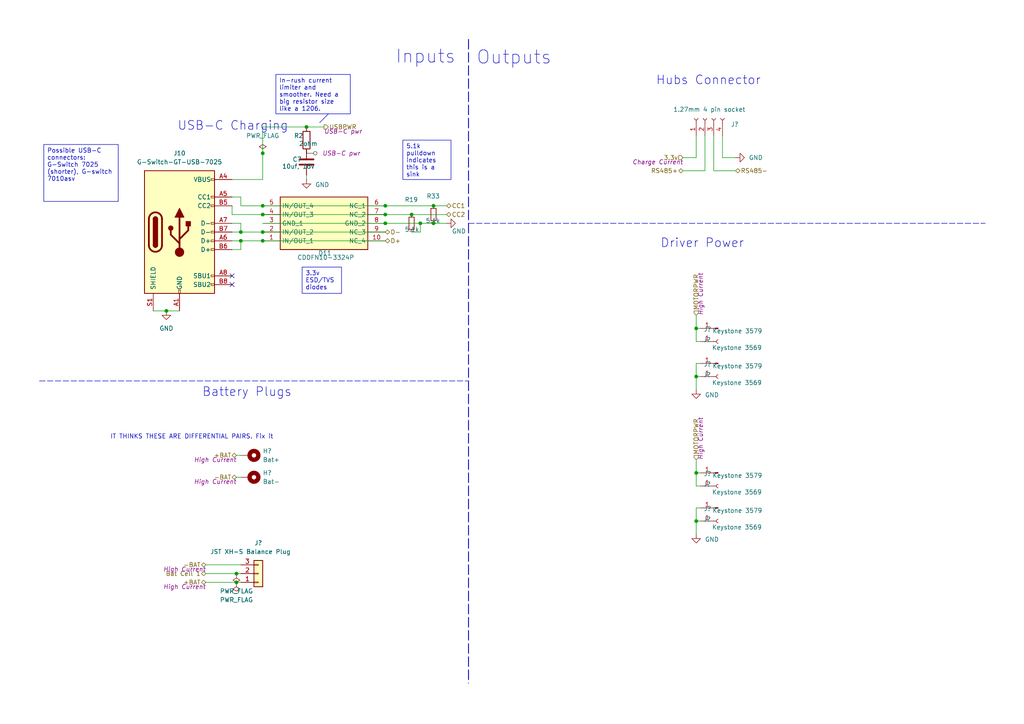
<source format=kicad_sch>
(kicad_sch (version 20231120) (generator "eeschema") (generator_version "8.0")
  (paper "A4")
  (title_block (title "CACKLE 2s 40A PSU & Charger") (date "2024-12-01") (rev "V1") (comment 1 "Author: Asher Edwards"))
  (lib_symbols
    (symbol "CDDFN10-3324P:CDDFN10-3324P"
      (property "Reference" "D" (at 31.75 7.62 0))
      (property "Value" "CDDFN10-3324P" (at 31.75 5.08 0))
      (symbol "CDDFN10-3324P_1_1"
        (rectangle (start 5.08 2.54) (end 30.48 -12.7) (stroke (width 0.254)) (fill (type background)))
        (pin passive line (at 0 0 0) (length 5.08) (name "IN/OUT_1") (number "1"))
        (pin passive line (at 35.56 0 180) (length 5.08) (name "NC_4") (number "10"))
        (pin passive line (at 0 -2.54 0) (length 5.08) (name "IN/OUT_2") (number "2"))
        (pin passive line (at 0 -5.08 0) (length 5.08) (name "GND_1") (number "3"))
        (pin passive line (at 0 -7.62 0) (length 5.08) (name "IN/OUT_3") (number "4"))
        (pin passive line (at 0 -10.16 0) (length 5.08) (name "IN/OUT_4") (number "5"))
        (pin passive line (at 35.56 -10.16 180) (length 5.08) (name "NC_1") (number "6"))
        (pin passive line (at 35.56 -7.62 180) (length 5.08) (name "NC_2") (number "7"))
        (pin passive line (at 35.56 -5.08 180) (length 5.08) (name "GND_2") (number "8"))
        (pin passive line (at 35.56 -2.54 180) (length 5.08) (name "NC_3") (number "9"))
      )
    )
    (symbol "Connector:Conn_01x01_Pin" (pin_names (offset 1.016) hide)
      (property "Reference" "J" (at 0 2.54 0))
      (property "Value" "Conn_01x01_Pin" (at 0 -2.54 0))
      (symbol "Conn_01x01_Pin_1_1"
        (polyline (pts (xy 1.27 0) (xy 0.8636 0)) (stroke (width 0.1524)))
        (rectangle (start 0.8636 0.127) (end 0 -0.127) (stroke (width 0.1524)) (fill (type outline)))
        (pin passive line (at 5.08 0 180) (length 3.81) (name "Pin_1") (number "1"))
      )
    )
    (symbol "Connector:Conn_01x01_Socket" (pin_names (offset 1.016) hide)
      (property "Reference" "J" (at 0 2.54 0))
      (property "Value" "Conn_01x01_Socket" (at 0 -2.54 0))
      (symbol "Conn_01x01_Socket_1_1"
        (polyline (pts (xy -1.27 0) (xy -0.508 0)) (stroke (width 0.1524)))
        (arc (start 0 0.508) (mid -0.5058 0) (end 0 -0.508) (stroke (width 0.1524)))
        (pin passive line (at -5.08 0 0) (length 3.81) (name "Pin_1") (number "1"))
      )
    )
    (symbol "Connector:Conn_01x04_Socket" (pin_names (offset 1.016) hide)
      (property "Reference" "J" (at 0 5.08 0))
      (property "Value" "Conn_01x04_Socket" (at 0 -7.62 0))
      (symbol "Conn_01x04_Socket_1_1"
        (arc (start 0 -4.572) (mid -0.5058 -5.08) (end 0 -5.588) (stroke (width 0.1524)))
        (arc (start 0 -2.032) (mid -0.5058 -2.54) (end 0 -3.048) (stroke (width 0.1524)))
        (polyline (pts (xy -1.27 -5.08) (xy -0.508 -5.08)) (stroke (width 0.1524)))
        (polyline (pts (xy -1.27 -2.54) (xy -0.508 -2.54)) (stroke (width 0.1524)))
        (polyline (pts (xy -1.27 0) (xy -0.508 0)) (stroke (width 0.1524)))
        (polyline (pts (xy -1.27 2.54) (xy -0.508 2.54)) (stroke (width 0.1524)))
        (arc (start 0 0.508) (mid -0.5058 0) (end 0 -0.508) (stroke (width 0.1524)))
        (arc (start 0 3.048) (mid -0.5058 2.54) (end 0 2.032) (stroke (width 0.1524)))
        (pin passive line (at -5.08 2.54 0) (length 3.81) (name "Pin_1") (number "1"))
        (pin passive line (at -5.08 0 0) (length 3.81) (name "Pin_2") (number "2"))
        (pin passive line (at -5.08 -2.54 0) (length 3.81) (name "Pin_3") (number "3"))
        (pin passive line (at -5.08 -5.08 0) (length 3.81) (name "Pin_4") (number "4"))
      )
    )
    (symbol "Connector:USB_C_Receptacle_USB2.0_16P" (pin_names (offset 1.016))
      (property "Reference" "J10" (at 0 22.86 0))
      (property "Value" "USB_C_Receptacle_USB2.0_16P" (at 0 20.32 0))
      (symbol "USB_C_Receptacle_USB2.0_16P_0_0"
        (rectangle (start -0.254 -17.78) (end 0.254 -16.764))
        (rectangle (start 10.16 -14.986) (end 9.144 -15.494))
        (rectangle (start 10.16 -12.446) (end 9.144 -12.954))
        (rectangle (start 10.16 -4.826) (end 9.144 -5.334))
        (rectangle (start 10.16 -2.286) (end 9.144 -2.794))
        (rectangle (start 10.16 0.254) (end 9.144 -0.254))
        (rectangle (start 10.16 2.794) (end 9.144 2.286))
        (rectangle (start 10.16 7.874) (end 9.144 7.366))
        (rectangle (start 10.16 10.414) (end 9.144 9.906))
        (rectangle (start 10.16 15.494) (end 9.144 14.986))
      )
      (symbol "USB_C_Receptacle_USB2.0_16P_0_1"
        (rectangle (start -10.16 17.78) (end 10.16 -17.78) (stroke (width 0.254)) (fill (type background)))
        (arc (start -8.89 -3.81) (mid -6.985 -5.7067) (end -5.08 -3.81) (stroke (width 0.508)))
        (arc (start -7.62 -3.81) (mid -6.985 -4.4423) (end -6.35 -3.81) (stroke (width 0.254)))
        (arc (start -7.62 -3.81) (mid -6.985 -4.4423) (end -6.35 -3.81) (stroke (width 0.254)) (fill (type outline)))
        (rectangle (start -7.62 -3.81) (end -6.35 3.81) (stroke (width 0.254)) (fill (type outline)))
        (arc (start -6.35 3.81) (mid -6.985 4.4423) (end -7.62 3.81) (stroke (width 0.254)))
        (arc (start -6.35 3.81) (mid -6.985 4.4423) (end -7.62 3.81) (stroke (width 0.254)) (fill (type outline)))
        (arc (start -5.08 3.81) (mid -6.985 5.7067) (end -8.89 3.81) (stroke (width 0.508)))
        (circle (center -2.54 1.143) (radius 0.635) (stroke (width 0.254)) (fill (type outline)))
        (circle (center 0 -5.842) (radius 1.27) (fill (type outline)))
        (polyline (pts (xy -8.89 -3.81) (xy -8.89 3.81)) (stroke (width 0.508)))
        (polyline (pts (xy -5.08 3.81) (xy -5.08 -3.81)) (stroke (width 0.508)))
        (polyline (pts (xy 0 -5.842) (xy 0 4.318)) (stroke (width 0.508)))
        (polyline (pts (xy 0 -3.302) (xy -2.54 -0.762) (xy -2.54 0.508)) (stroke (width 0.508)))
        (polyline (pts (xy 0 -2.032) (xy 2.54 0.508) (xy 2.54 1.778)) (stroke (width 0.508)))
        (polyline (pts (xy -1.27 4.318) (xy 0 6.858) (xy 1.27 4.318) (xy -1.27 4.318)) (stroke (width 0.254)) (fill (type outline)))
        (rectangle (start 1.905 1.778) (end 3.175 3.048) (stroke (width 0.254)) (fill (type outline)))
      )
      (symbol "USB_C_Receptacle_USB2.0_16P_1_1"
        (pin passive line (at 0 -22.86 90) (length 5.08) (name "GND") (number "A1"))
        (pin passive line (at 0 -22.86 90) (length 5.08) hide (name "GND") (number "A12"))
        (pin passive line (at 15.24 15.24 180) (length 5.08) (name "VBUS") (number "A4"))
        (pin bidirectional line (at 15.24 10.16 180) (length 5.08) (name "CC1") (number "A5"))
        (pin bidirectional line (at 15.24 -2.54 180) (length 5.08) (name "D+") (number "A6"))
        (pin bidirectional line (at 15.24 2.54 180) (length 5.08) (name "D-") (number "A7"))
        (pin bidirectional line (at 15.24 -12.7 180) (length 5.08) (name "SBU1") (number "A8"))
        (pin passive line (at 15.24 15.24 180) (length 5.08) hide (name "VBUS") (number "A9"))
        (pin passive line (at 0 -22.86 90) (length 5.08) hide (name "GND") (number "B1"))
        (pin passive line (at 0 -22.86 90) (length 5.08) hide (name "GND") (number "B12"))
        (pin passive line (at 15.24 15.24 180) (length 5.08) hide (name "VBUS") (number "B4"))
        (pin bidirectional line (at 15.24 7.62 180) (length 5.08) (name "CC2") (number "B5"))
        (pin bidirectional line (at 15.24 -5.08 180) (length 5.08) (name "D+") (number "B6"))
        (pin bidirectional line (at 15.24 0 180) (length 5.08) (name "D-") (number "B7"))
        (pin bidirectional line (at 15.24 -15.24 180) (length 5.08) (name "SBU2") (number "B8"))
        (pin passive line (at 15.24 15.24 180) (length 5.08) hide (name "VBUS") (number "B9"))
        (pin passive line (at 0 -22.86 90) (length 5.08) hide (name "GND") (number "GND"))
        (pin passive line (at -7.62 -22.86 90) (length 5.08) (name "SHIELD") (number "S1"))
      )
    )
    (symbol "Connector_Generic:Conn_01x03" (pin_names (offset 1.016) hide)
      (property "Reference" "J" (at 0 5.08 0))
      (property "Value" "Conn_01x03" (at 0 -5.08 0))
      (symbol "Conn_01x03_1_1"
        (rectangle (start -1.27 -2.413) (end 0 -2.667) (stroke (width 0.1524)))
        (rectangle (start -1.27 0.127) (end 0 -0.127) (stroke (width 0.1524)))
        (rectangle (start -1.27 2.667) (end 0 2.413) (stroke (width 0.1524)))
        (rectangle (start -1.27 3.81) (end 1.27 -3.81) (stroke (width 0.254)) (fill (type background)))
        (pin passive line (at -5.08 2.54 0) (length 3.81) (name "Pin_1") (number "1"))
        (pin passive line (at -5.08 0 0) (length 3.81) (name "Pin_2") (number "2"))
        (pin passive line (at -5.08 -2.54 0) (length 3.81) (name "Pin_3") (number "3"))
      )
    )
    (symbol "Device:C" (pin_numbers hide) (pin_names (offset 0.254))
      (property "Reference" "C" (at 0.635 2.54 0))
      (property "Value" "C" (at 0.635 -2.54 0))
      (symbol "C_0_1"
        (polyline (pts (xy -2.032 -0.762) (xy 2.032 -0.762)) (stroke (width 0.508)))
        (polyline (pts (xy -2.032 0.762) (xy 2.032 0.762)) (stroke (width 0.508)))
      )
      (symbol "C_1_1"
        (pin passive line (at 0 3.81 270) (length 2.794) (name "~") (number "1"))
        (pin passive line (at 0 -3.81 90) (length 2.794) (name "~") (number "2"))
      )
    )
    (symbol "Device:R" (pin_numbers hide) (pin_names (offset 0))
      (property "Reference" "R" (at 2.032 0 90))
      (property "Value" "R" (at 0 0 90))
      (symbol "R_0_1"
        (rectangle (start -1.016 -2.54) (end 1.016 2.54) (stroke (width 0.254)))
      )
      (symbol "R_1_1"
        (pin passive line (at 0 3.81 270) (length 1.27) (name "~") (number "1"))
        (pin passive line (at 0 -3.81 90) (length 1.27) (name "~") (number "2"))
      )
    )
    (symbol "Device:R_Small" (pin_numbers hide) (pin_names (offset 0.254) hide)
      (property "Reference" "R" (at 0.762 0.508 0))
      (property "Value" "R_Small" (at 0.762 -1.016 0))
      (symbol "R_Small_0_1"
        (rectangle (start -0.762 1.778) (end 0.762 -1.778) (stroke (width 0.2032)))
      )
      (symbol "R_Small_1_1"
        (pin passive line (at 0 2.54 270) (length 0.762) (name "~") (number "1"))
        (pin passive line (at 0 -2.54 90) (length 0.762) (name "~") (number "2"))
      )
    )
    (symbol "Mechanical:MountingHole_Pad" (pin_numbers hide) (pin_names (offset 1.016) hide) (exclude_from_sim yes) (in_bom no)
      (property "Reference" "H" (at 0 6.35 0))
      (property "Value" "MountingHole_Pad" (at 0 4.445 0))
      (symbol "MountingHole_Pad_0_1"
        (circle (center 0 1.27) (radius 1.27) (stroke (width 1.27)))
      )
      (symbol "MountingHole_Pad_1_1"
        (pin input line (at 0 -2.54 90) (length 2.54) (name "1") (number "1"))
      )
    )
    (symbol "power:GND" (power) (pin_numbers hide) (pin_names (offset 0) hide)
      (property "Value" "GND" (at 0 -3.81 0))
      (symbol "GND_0_1"
        (polyline (pts (xy 0 0) (xy 0 -1.27) (xy 1.27 -1.27) (xy 0 -2.54) (xy -1.27 -1.27) (xy 0 -1.27)))
      )
      (symbol "GND_1_1"
        (pin power_in line (at 0 0 270) (length 0) (name "~") (number "1"))
      )
    )
    (symbol "power:PWR_FLAG" (power) (pin_numbers hide) (pin_names (offset 0) hide)
      (property "Value" "PWR_FLAG" (at 0 3.81 0))
      (symbol "PWR_FLAG_0_0"
        (pin power_out line (at 0 0 90) (length 0) (name "~") (number "1"))
      )
      (symbol "PWR_FLAG_0_1"
        (polyline (pts (xy 0 0) (xy 0 1.27) (xy -1.016 1.905) (xy 0 2.54) (xy 1.016 1.905) (xy 0 1.27)))
      )
    )
  )
  (junction (at 76.2 69.85))
  (junction (at 68.58 168.91))
  (junction (at 121.92 64.77))
  (junction (at 201.93 137.16))
  (junction (at 76.2 67.31))
  (junction (at 201.93 109.22))
  (junction (at 76.2 59.69))
  (junction (at 119.38 62.23))
  (junction (at 76.2 44.45))
  (junction (at 111.76 59.69))
  (junction (at 68.58 166.37))
  (junction (at 69.85 69.85))
  (junction (at 111.76 64.77))
  (junction (at 69.85 67.31))
  (junction (at 111.76 62.23))
  (junction (at 201.93 95.25))
  (junction (at 48.26 90.17))
  (junction (at 125.73 64.77))
  (junction (at 201.93 151.13))
  (junction (at 125.73 59.69))
  (junction (at 76.2 62.23))
  (junction (at 88.9 36.83))
  (no_connect (at 67.31 82.55))
  (no_connect (at 67.31 80.01))
  (wire (pts (xy 69.85 72.39) (xy 69.85 69.85)))
  (wire (pts (xy 76.2 64.77) (xy 111.76 64.77)))
  (polyline (pts (xy 11.43 110.49) (xy 135.89 110.49)) (stroke (width 0) (type dash)))
  (wire (pts (xy 88.9 44.45) (xy 88.9 43.18)))
  (wire (pts (xy 76.2 62.23) (xy 111.76 62.23)))
  (wire (pts (xy 121.92 64.77) (xy 121.92 67.31)))
  (wire (pts (xy 201.93 91.44) (xy 201.93 95.25)))
  (wire (pts (xy 129.54 64.77) (xy 125.73 64.77)))
  (wire (pts (xy 67.31 64.77) (xy 69.85 64.77)))
  (wire (pts (xy 69.85 67.31) (xy 67.31 67.31)))
  (wire (pts (xy 201.93 95.25) (xy 201.93 99.06)))
  (wire (pts (xy 68.58 168.91) (xy 69.85 168.91)))
  (wire (pts (xy 76.2 36.83) (xy 88.9 36.83)))
  (wire (pts (xy 67.31 62.23) (xy 76.2 62.23)))
  (wire (pts (xy 207.01 39.37) (xy 207.01 49.53)))
  (wire (pts (xy 201.93 95.25) (xy 203.2 95.25)))
  (wire (pts (xy 67.31 59.69) (xy 67.31 62.23)))
  (wire (pts (xy 69.85 64.77) (xy 69.85 67.31)))
  (polyline (pts (xy 92.71 35.56) (xy 95.25 33.02)))
  (wire (pts (xy 69.85 69.85) (xy 76.2 69.85)))
  (wire (pts (xy 201.93 147.32) (xy 201.93 151.13)))
  (wire (pts (xy 111.76 59.69) (xy 125.73 59.69)))
  (wire (pts (xy 201.93 109.22) (xy 203.2 109.22)))
  (wire (pts (xy 119.38 62.23) (xy 129.54 62.23)))
  (wire (pts (xy 88.9 36.83) (xy 93.98 36.83)))
  (wire (pts (xy 76.2 36.83) (xy 76.2 44.45)))
  (wire (pts (xy 68.58 166.37) (xy 69.85 166.37)))
  (wire (pts (xy 198.12 45.72) (xy 201.93 45.72)))
  (wire (pts (xy 209.55 39.37) (xy 209.55 45.72)))
  (wire (pts (xy 76.2 69.85) (xy 111.76 69.85)))
  (wire (pts (xy 201.93 99.06) (xy 203.2 99.06)))
  (wire (pts (xy 69.85 69.85) (xy 67.31 69.85)))
  (wire (pts (xy 121.92 64.77) (xy 125.73 64.77)))
  (polyline (pts (xy 135.89 64.77) (xy 285.75 64.77)) (stroke (width 0) (type dash)))
  (wire (pts (xy 76.2 67.31) (xy 111.76 67.31)))
  (wire (pts (xy 69.85 67.31) (xy 76.2 67.31)))
  (wire (pts (xy 76.2 59.69) (xy 111.76 59.69)))
  (wire (pts (xy 59.69 163.83) (xy 69.85 163.83)))
  (wire (pts (xy 203.2 105.41) (xy 201.93 105.41)))
  (wire (pts (xy 68.58 138.43) (xy 69.85 138.43)))
  (wire (pts (xy 44.45 90.17) (xy 48.26 90.17)))
  (wire (pts (xy 88.9 50.8) (xy 88.9 52.07)))
  (wire (pts (xy 201.93 151.13) (xy 203.2 151.13)))
  (wire (pts (xy 48.26 90.17) (xy 52.07 90.17)))
  (wire (pts (xy 201.93 109.22) (xy 201.93 113.03)))
  (wire (pts (xy 203.2 147.32) (xy 201.93 147.32)))
  (wire (pts (xy 201.93 105.41) (xy 201.93 109.22)))
  (wire (pts (xy 59.69 168.91) (xy 68.58 168.91)))
  (wire (pts (xy 207.01 49.53) (xy 213.36 49.53)))
  (wire (pts (xy 201.93 137.16) (xy 201.93 140.97)))
  (wire (pts (xy 111.76 64.77) (xy 121.92 64.77)))
  (wire (pts (xy 201.93 133.35) (xy 201.93 137.16)))
  (wire (pts (xy 201.93 39.37) (xy 201.93 45.72)))
  (polyline (pts (xy 135.89 11.43) (xy 135.89 198.12)) (stroke (width 0.254) (type dash)))
  (wire (pts (xy 111.76 62.23) (xy 119.38 62.23)))
  (wire (pts (xy 68.58 132.08) (xy 69.85 132.08)))
  (wire (pts (xy 201.93 140.97) (xy 203.2 140.97)))
  (wire (pts (xy 201.93 137.16) (xy 203.2 137.16)))
  (wire (pts (xy 121.92 67.31) (xy 119.38 67.31)))
  (wire (pts (xy 67.31 72.39) (xy 69.85 72.39)))
  (wire (pts (xy 67.31 57.15) (xy 69.85 57.15)))
  (wire (pts (xy 125.73 59.69) (xy 129.54 59.69)))
  (wire (pts (xy 204.47 39.37) (xy 204.47 49.53)))
  (wire (pts (xy 201.93 151.13) (xy 201.93 154.94)))
  (wire (pts (xy 69.85 59.69) (xy 76.2 59.69)))
  (wire (pts (xy 69.85 57.15) (xy 69.85 59.69)))
  (wire (pts (xy 59.69 166.37) (xy 68.58 166.37)))
  (wire (pts (xy 198.12 49.53) (xy 204.47 49.53)))
  (wire (pts (xy 76.2 44.45) (xy 76.2 52.07)))
  (wire (pts (xy 76.2 52.07) (xy 67.31 52.07)))
  (wire (pts (xy 209.55 45.72) (xy 213.36 45.72)))
  (text_box "In-rush current limiter and smoother. Need a big resistor size like a 1206." (at 80.01 21.59 0) (size 21.59 11.43) (effects (font (size 1.27 1.27)) (justify left top)))
  (text_box "5.1k pulldown indicates this is a sink" (at 116.84 40.64 0) (size 13.97 11.43) (effects (font (size 1.27 1.27)) (justify left top)))
  (text_box "Possible USB-C connectors: G-Switch 7025 (shorter), G-switch 7010asv" (at 12.7 41.91 0) (size 21.59 16.51) (effects (font (size 1.27 1.27)) (justify left top)))
  (text_box "3.3v ESD/TVS diodes" (at 87.63 77.47 0) (size 11.43 7.62) (effects (font (size 1.27 1.27)) (justify left top)))
  (text "Outputs" (at 149.098 16.764 0) (effects (font (size 3.81 3.81))))
  (text "USB-C Charging" (at 67.564 36.576 0) (effects (font (size 2.54 2.54))))
  (text "IT THINKS THESE ARE DIFFERENTIAL PAIRS. Fix it" (at 55.626 126.746 0) (effects (font (size 1.27 1.27))))
  (text "Inputs" (at 123.444 16.51 0) (effects (font (size 3.81 3.81))))
  (text "Driver Power" (at 203.708 70.612 0) (effects (font (size 2.54 2.54))))
  (text "Hubs Connector" (at 205.486 23.368 0) (effects (font (size 2.54 2.54))))
  (text "Battery Plugs" (at 71.628 113.792 0) (effects (font (size 2.54 2.54))))
  (hierarchical_label "RS485+" (shape bidirectional) (at 198.12 49.53 180))
  (hierarchical_label "MOTORPWR" (shape input) (at 201.93 91.44 90) (property "Netclass" "High Current" (at 203.2 91.44 90) (effects (font (italic yes)) (justify left))))
  (hierarchical_label "Bat Cell 1" (shape bidirectional) (at 59.69 166.37 180) (property "Netclass" "Logic Pwr" (effects (hide yes))))
  (hierarchical_label "CC1" (shape bidirectional) (at 129.54 59.69 0))
  (hierarchical_label "+BAT" (shape bidirectional) (at 59.69 168.91 180) (property "Netclass" "High Current" (at 59.69 170.18 0) (effects (font (italic yes)) (justify right))))
  (hierarchical_label "-BAT" (shape bidirectional) (at 68.58 138.43 180) (property "Netclass" "High Current" (at 68.58 139.7 0) (effects (font (italic yes)) (justify right))))
  (hierarchical_label "MOTORPWR" (shape input) (at 201.93 133.35 90) (property "Netclass" "High Current" (at 203.2 133.35 90) (effects (font (italic yes)) (justify left))))
  (hierarchical_label "+BAT" (shape bidirectional) (at 68.58 132.08 180) (property "Netclass" "High Current" (at 68.58 133.35 0) (effects (font (italic yes)) (justify right))))
  (hierarchical_label "CC2" (shape bidirectional) (at 129.54 62.23 0))
  (hierarchical_label "D-" (shape bidirectional) (at 111.76 67.31 0))
  (hierarchical_label "-BAT" (shape bidirectional) (at 59.69 163.83 180) (property "Netclass" "High Current" (at 59.69 165.1 0) (effects (font (italic yes)) (justify right))))
  (hierarchical_label "3.3v" (shape input) (at 198.12 45.72 180) (property "Netclass" "Charge Current" (at 198.12 46.99 0) (effects (font (italic yes)) (justify right))))
  (hierarchical_label "D+" (shape bidirectional) (at 111.76 69.85 0))
  (hierarchical_label "USBPWR" (shape output) (at 93.98 36.83 0) (property "Netclass" "USB-C pwr" (at 93.98 38.1 0) (effects (font (italic yes)) (justify left))))
  (hierarchical_label "RS485-" (shape bidirectional) (at 213.36 49.53 0))
  (netclass_flag "" (length 2.54) (shape round) (at 88.9 44.45 270) (property "Netclass" "USB-C pwr" (at 93.472 44.45 0) (effects (font (italic yes)) (justify left))))
  (symbol (lib_id "Connector:Conn_01x01_Socket") (at 208.28 140.97 0) (unit 1)
    (property "Reference" "J?" (at 203.962 140.462 0) (effects (justify left)))
    (property "Value" "Keystone 3569" (at 206.502 142.748 0) (effects (justify left)))
    (property "Footprint" "custom_Connector:Keystone_3569" (effects (hide yes)))
    (property "Description" "Generic connector, single row, 01x01, script generated" (effects (hide yes)))
  )
  (symbol (lib_id "power:GND") (at 88.9 52.07 0) (unit 1)
    (property "Reference" "#PWR03" (effects (hide yes)))
    (property "Value" "GND" (at 95.504 53.594 0) (effects (justify right)))
    (property "Description" "Power symbol creates a global label with name \"GND\" , ground" (effects (hide yes)))
  )
  (symbol (lib_id "power:PWR_FLAG") (at 68.58 166.37 180) (unit 1)
    (property "Reference" "#FLG?" (effects (hide yes)))
    (property "Value" "PWR_FLAG" (at 68.58 171.45 0))
    (property "Description" "Special symbol for telling ERC where power comes from" (effects (hide yes)))
  )
  (symbol (lib_id "power:GND") (at 129.54 64.77 90) (unit 1)
    (property "Reference" "#PWR013" (effects (hide yes)))
    (property "Value" "GND" (at 131.064 67.056 90) (effects (justify right)))
    (property "Description" "Power symbol creates a global label with name \"GND\" , ground" (effects (hide yes)))
  )
  (symbol (lib_id "power:PWR_FLAG") (at 76.2 44.45 0) (unit 1)
    (property "Reference" "#FLG?" (effects (hide yes)))
    (property "Value" "PWR_FLAG" (at 76.2 39.37 0))
    (property "Description" "Special symbol for telling ERC where power comes from" (effects (hide yes)))
  )
  (symbol (lib_id "Mechanical:MountingHole_Pad") (at 72.39 138.43 270) (unit 1) (exclude_from_sim yes) (in_bom no)
    (property "Reference" "H?" (at 76.2 137.1599 90) (effects (justify left)))
    (property "Value" "Bat-" (at 76.2 139.6999 90) (effects (justify left)))
    (property "Footprint" "MountingHole:MountingHole_2.2mm_M2_Pad_Via" (effects (hide yes)))
    (property "Description" "Mounting Hole with connection" (effects (hide yes)))
  )
  (symbol (lib_id "Device:R") (at 88.9 40.64 180) (unit 1)
    (property "Reference" "R2" (at 86.614 39.37 0))
    (property "Value" "2ohm" (at 89.408 41.656 0))
    (property "Footprint" "Resistor_SMD:R_0805_2012Metric" (effects (hide yes)))
    (property "Description" "Resistor" (effects (hide yes)))
  )
  (symbol (lib_id "Connector:Conn_01x01_Pin") (at 208.28 105.41 180) (unit 1)
    (property "Reference" "J?" (at 205.232 105.664 0))
    (property "Value" "Keystone 3579" (at 213.868 106.172 0))
    (property "Footprint" "custom_Connector:Keystone_3579" (effects (hide yes)))
    (property "Description" "Generic connector, single row, 01x01, script generated" (effects (hide yes)))
  )
  (symbol (lib_id "Connector:Conn_01x01_Pin") (at 208.28 95.25 180) (unit 1)
    (property "Reference" "J?" (at 205.232 95.504 0))
    (property "Value" "Keystone 3579" (at 213.868 96.012 0))
    (property "Footprint" "custom_Connector:Keystone_3579" (effects (hide yes)))
    (property "Description" "Generic connector, single row, 01x01, script generated" (effects (hide yes)))
  )
  (symbol (lib_id "power:GND") (at 213.36 45.72 90) (unit 1)
    (property "Reference" "#PWR?" (effects (hide yes)))
    (property "Value" "GND" (at 217.17 45.7199 90) (effects (justify right)))
    (property "Description" "Power symbol creates a global label with name \"GND\" , ground" (effects (hide yes)))
  )
  (symbol (lib_id "Device:C") (at 88.9 46.99 0) (unit 1)
    (property "Reference" "C7" (at 84.836 46.228 0) (effects (justify left)))
    (property "Value" "10uf, 16v" (at 81.788 48.26 0) (effects (justify left)))
    (property "Footprint" "Capacitor_SMD:C_0805_2012Metric" (effects (hide yes)))
    (property "Description" "Unpolarized capacitor" (effects (hide yes)))
  )
  (symbol (lib_id "Connector:Conn_01x01_Pin") (at 208.28 137.16 180) (unit 1)
    (property "Reference" "J?" (at 205.232 137.414 0))
    (property "Value" "Keystone 3579" (at 213.868 137.922 0))
    (property "Footprint" "custom_Connector:Keystone_3579" (effects (hide yes)))
    (property "Description" "Generic connector, single row, 01x01, script generated" (effects (hide yes)))
  )
  (symbol (lib_id "Mechanical:MountingHole_Pad") (at 72.39 132.08 270) (unit 1) (exclude_from_sim yes) (in_bom no)
    (property "Reference" "H?" (at 76.2 130.8099 90) (effects (justify left)))
    (property "Value" "Bat+" (at 76.2 133.3499 90) (effects (justify left)))
    (property "Footprint" "MountingHole:MountingHole_2.2mm_M2_Pad_Via" (effects (hide yes)))
    (property "Description" "Mounting Hole with connection" (effects (hide yes)))
  )
  (symbol (lib_id "Connector:Conn_01x01_Socket") (at 208.28 151.13 0) (unit 1)
    (property "Reference" "J?" (at 203.962 150.622 0) (effects (justify left)))
    (property "Value" "Keystone 3569" (at 206.502 152.908 0) (effects (justify left)))
    (property "Footprint" "custom_Connector:Keystone_3569" (effects (hide yes)))
    (property "Description" "Generic connector, single row, 01x01, script generated" (effects (hide yes)))
  )
  (symbol (lib_id "power:GND") (at 201.93 113.03 0) (unit 1)
    (property "Reference" "#PWR08" (effects (hide yes)))
    (property "Value" "GND" (at 208.534 114.554 0) (effects (justify right)))
    (property "Description" "Power symbol creates a global label with name \"GND\" , ground" (effects (hide yes)))
  )
  (symbol (lib_id "Device:R_Small") (at 119.38 64.77 180) (unit 1)
    (property "Reference" "R19" (at 117.348 57.912 0) (effects (justify right)))
    (property "Value" "5.1k" (at 117.348 66.548 0) (effects (justify right)))
    (property "Footprint" "Resistor_SMD:R_0402_1005Metric" (effects (hide yes)))
    (property "Description" "Resistor, small symbol" (effects (hide yes)))
  )
  (symbol (lib_id "Connector:Conn_01x01_Socket") (at 208.28 99.06 0) (unit 1)
    (property "Reference" "J?" (at 203.962 98.552 0) (effects (justify left)))
    (property "Value" "Keystone 3569" (at 206.502 100.838 0) (effects (justify left)))
    (property "Footprint" "custom_Connector:Keystone_3569" (effects (hide yes)))
    (property "Description" "Generic connector, single row, 01x01, script generated" (effects (hide yes)))
  )
  (symbol (lib_id "Connector_Generic:Conn_01x03") (at 74.93 166.37 0) (mirror x) (unit 1)
    (property "Reference" "J?" (at 74.93 157.48 0))
    (property "Value" "JST XH-S Balance Plug" (at 72.644 160.02 0))
    (property "Footprint" "Connector_JST:JST_XH_S3B-XH-A_1x03_P2.50mm_Horizontal" (effects (hide yes)))
    (property "Description" "Generic connector, single row, 01x03, script generated (kicad-library-utils/schlib/autogen/connector/)" (effects (hide yes)))
  )
  (symbol (lib_id "CDDFN10-3324P:CDDFN10-3324P") (at 76.2 69.85 0) (mirror x) (unit 1)
    (property "Reference" "D11" (at 94.234 73.406 0))
    (property "Value" "CDDFN10-3324P" (at 94.488 74.676 0))
    (property "Footprint" "CDDFN10-3324P:CDDFN103324P" (effects (hide yes)))
    (property "Datasheet" "https://www.bourns.com/docs/Product-Datasheets/CDDFN10-3324P.pdf" (effects (hide yes)))
    (property "Description" "BOURNS - CDDFN10-3324P - DIODE, ESD PROTECTION, 3.3V, 0.45PF" (effects (hide yes)))
    (property "Mouser Part Number" "652-CDDFN10-3324P" (effects (hide yes)))
    (property "Mouser Price/Stock" "https://www.mouser.co.uk/ProductDetail/Bourns/CDDFN10-3324P?qs=3CaSHoNeR5u5NeuGJGyaBA%3D%3D" (effects (hide yes)))
    (property "Manufacturer_Name" "Bourns" (effects (hide yes)))
    (property "Manufacturer_Part_Number" "CDDFN10-3324P" (effects (hide yes)))
  )
  (symbol (lib_id "Connector:USB_C_Receptacle_USB2.0_16P") (at 52.07 67.31 0) (unit 1)
    (property "Reference" "J10" (at 52.07 44.45 0))
    (property "Value" "G-Switch-GT-USB-7025" (at 52.07 46.99 0))
    (property "Footprint" "custom_Connector:USB_C_G-Switch_GT-USB-7025-JLCPCBv" (effects (hide yes)))
    (property "Datasheet" "https://www.usb.org/sites/default/files/documents/usb_type-c.zip" (effects (hide yes)))
    (property "Description" "USB 2.0-only 16P Type-C Receptacle connector" (effects (hide yes)))
  )
  (symbol (lib_id "Device:R_Small") (at 125.73 62.23 180) (unit 1)
    (property "Reference" "R33" (at 123.698 56.896 0) (effects (justify right)))
    (property "Value" "5.1k" (at 123.444 64.008 0) (effects (justify right)))
    (property "Footprint" "Resistor_SMD:R_0402_1005Metric" (effects (hide yes)))
    (property "Description" "Resistor, small symbol" (effects (hide yes)))
  )
  (symbol (lib_id "Connector:Conn_01x01_Socket") (at 208.28 109.22 0) (unit 1)
    (property "Reference" "J?" (at 203.962 108.712 0) (effects (justify left)))
    (property "Value" "Keystone 3569" (at 206.502 110.998 0) (effects (justify left)))
    (property "Footprint" "custom_Connector:Keystone_3569" (effects (hide yes)))
    (property "Description" "Generic connector, single row, 01x01, script generated" (effects (hide yes)))
  )
  (symbol (lib_id "Connector:Conn_01x01_Pin") (at 208.28 147.32 180) (unit 1)
    (property "Reference" "J?" (at 205.232 147.574 0))
    (property "Value" "Keystone 3579" (at 213.868 148.082 0))
    (property "Footprint" "custom_Connector:Keystone_3579" (effects (hide yes)))
    (property "Description" "Generic connector, single row, 01x01, script generated" (effects (hide yes)))
  )
  (symbol (lib_id "power:PWR_FLAG") (at 68.58 168.91 180) (unit 1)
    (property "Reference" "#FLG?" (effects (hide yes)))
    (property "Value" "PWR_FLAG" (at 68.58 173.99 0))
    (property "Description" "Special symbol for telling ERC where power comes from" (effects (hide yes)))
  )
  (symbol (lib_id "power:GND") (at 48.26 90.17 0) (unit 1)
    (property "Reference" "#PWR02" (effects (hide yes)))
    (property "Value" "GND" (at 48.26 95.25 0))
    (property "Description" "Power symbol creates a global label with name \"GND\" , ground" (effects (hide yes)))
  )
  (symbol (lib_id "Connector:Conn_01x04_Socket") (at 204.47 34.29 90) (unit 1)
    (property "Reference" "J?" (at 213.106 36.068 90))
    (property "Value" "1.27mm 4 pin socket" (at 205.74 31.75 90))
    (property "Footprint" "Connector_PinSocket_1.27mm:PinSocket_1x04_P1.27mm_Vertical" (effects (hide yes)))
    (property "Description" "Generic connector, single row, 01x04, script generated" (effects (hide yes)))
  )
  (symbol (lib_id "power:GND") (at 201.93 154.94 0) (unit 1)
    (property "Reference" "#PWR015" (effects (hide yes)))
    (property "Value" "GND" (at 208.534 156.464 0) (effects (justify right)))
    (property "Description" "Power symbol creates a global label with name \"GND\" , ground" (effects (hide yes)))
  )
)
</source>
